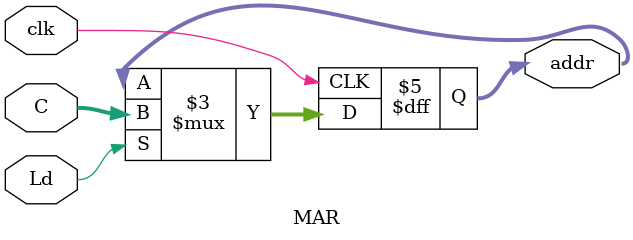
<source format=v>
`timescale 1ns / 1ps
module MAR(clk,Ld,C,addr);

	input clk;
   input Ld;
   input [15:0] C;
   output [15:0] addr;
	
	reg [15:0] addr=0;
	
	always@(posedge clk)
	begin
		if(Ld)
		begin
			addr<=C;
		end
		
	end
	
	
endmodule


</source>
